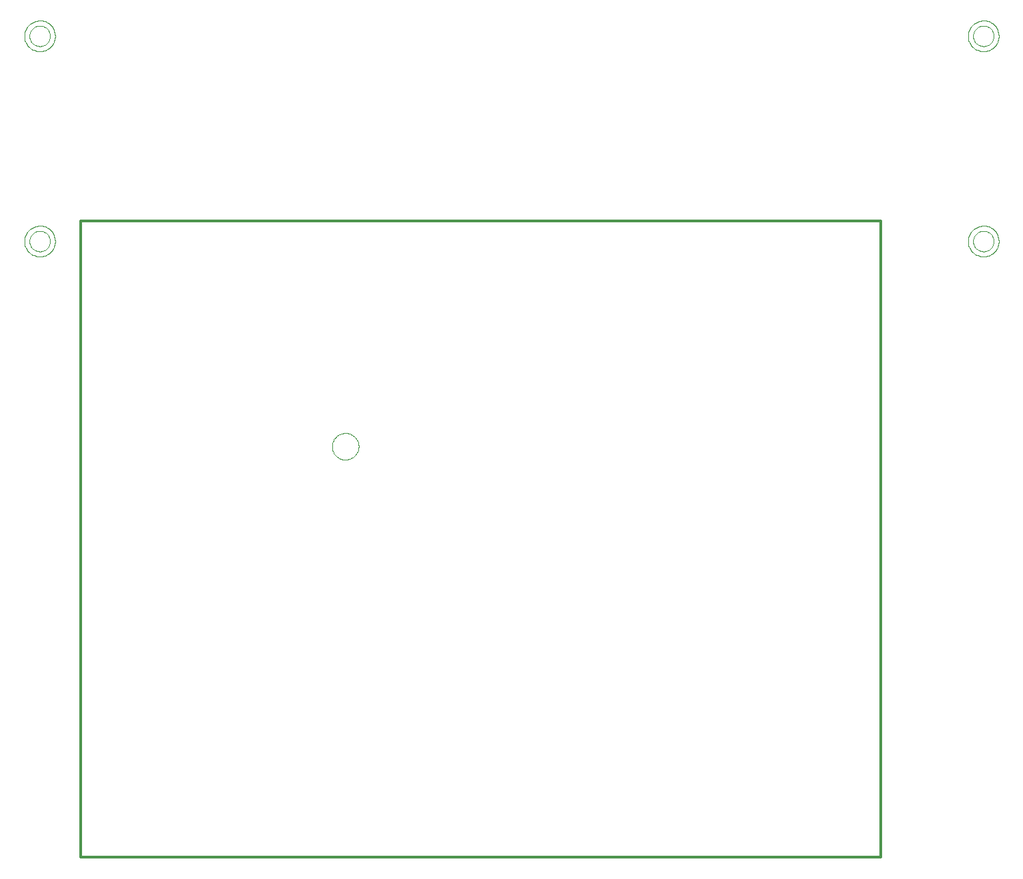
<source format=gbr>
G75*
G70*
%OFA0B0*%
%FSLAX24Y24*%
%IPPOS*%
%LPD*%
%AMOC8*
5,1,8,0,0,1.08239X$1,22.5*
%
%ADD10C,0.0000*%
%ADD11C,0.0120*%
D10*
X016483Y022671D02*
X016486Y022730D01*
X016494Y022789D01*
X016507Y022846D01*
X016526Y022903D01*
X016549Y022957D01*
X016578Y023009D01*
X016611Y023058D01*
X016648Y023104D01*
X016689Y023146D01*
X016734Y023184D01*
X016783Y023219D01*
X016834Y023248D01*
X016888Y023273D01*
X016943Y023293D01*
X017001Y023307D01*
X017059Y023317D01*
X017118Y023321D01*
X017177Y023319D01*
X017236Y023313D01*
X017294Y023301D01*
X017351Y023283D01*
X017405Y023261D01*
X017458Y023234D01*
X017508Y023202D01*
X017555Y023166D01*
X017598Y023125D01*
X017637Y023081D01*
X017672Y023034D01*
X017703Y022983D01*
X017729Y022930D01*
X017750Y022875D01*
X017766Y022818D01*
X017777Y022760D01*
X017782Y022701D01*
X017782Y022641D01*
X017777Y022582D01*
X017766Y022524D01*
X017750Y022467D01*
X017729Y022412D01*
X017703Y022359D01*
X017672Y022308D01*
X017637Y022261D01*
X017598Y022217D01*
X017555Y022176D01*
X017508Y022140D01*
X017458Y022108D01*
X017405Y022081D01*
X017351Y022059D01*
X017294Y022041D01*
X017236Y022029D01*
X017177Y022023D01*
X017118Y022021D01*
X017059Y022025D01*
X017001Y022035D01*
X016943Y022049D01*
X016888Y022069D01*
X016834Y022094D01*
X016783Y022123D01*
X016734Y022158D01*
X016689Y022196D01*
X016648Y022238D01*
X016611Y022284D01*
X016578Y022333D01*
X016549Y022385D01*
X016526Y022439D01*
X016507Y022496D01*
X016494Y022553D01*
X016486Y022612D01*
X016483Y022671D01*
X001733Y032671D02*
X001735Y032716D01*
X001741Y032762D01*
X001752Y032806D01*
X001766Y032849D01*
X001784Y032891D01*
X001806Y032931D01*
X001831Y032969D01*
X001860Y033004D01*
X001892Y033036D01*
X001926Y033066D01*
X001964Y033092D01*
X002003Y033115D01*
X002044Y033134D01*
X002087Y033149D01*
X002131Y033161D01*
X002176Y033168D01*
X002222Y033171D01*
X002267Y033170D01*
X002312Y033165D01*
X002357Y033155D01*
X002400Y033142D01*
X002443Y033125D01*
X002483Y033104D01*
X002521Y033079D01*
X002557Y033052D01*
X002591Y033021D01*
X002621Y032987D01*
X002648Y032950D01*
X002672Y032911D01*
X002692Y032870D01*
X002708Y032828D01*
X002720Y032784D01*
X002728Y032739D01*
X002732Y032694D01*
X002732Y032648D01*
X002728Y032603D01*
X002720Y032558D01*
X002708Y032514D01*
X002692Y032472D01*
X002672Y032431D01*
X002648Y032392D01*
X002621Y032355D01*
X002591Y032321D01*
X002557Y032290D01*
X002521Y032263D01*
X002483Y032238D01*
X002443Y032217D01*
X002400Y032200D01*
X002357Y032187D01*
X002312Y032177D01*
X002267Y032172D01*
X002222Y032171D01*
X002176Y032174D01*
X002131Y032181D01*
X002087Y032193D01*
X002044Y032208D01*
X002003Y032227D01*
X001964Y032250D01*
X001926Y032276D01*
X001892Y032306D01*
X001860Y032338D01*
X001831Y032373D01*
X001806Y032411D01*
X001784Y032451D01*
X001766Y032493D01*
X001752Y032536D01*
X001741Y032580D01*
X001735Y032626D01*
X001733Y032671D01*
X001483Y032671D02*
X001486Y032739D01*
X001495Y032807D01*
X001511Y032873D01*
X001532Y032938D01*
X001559Y033001D01*
X001592Y033061D01*
X001630Y033117D01*
X001673Y033170D01*
X001721Y033219D01*
X001773Y033263D01*
X001829Y033303D01*
X001888Y033337D01*
X001950Y033366D01*
X002014Y033388D01*
X002080Y033405D01*
X002148Y033416D01*
X002216Y033421D01*
X002284Y033419D01*
X002352Y033411D01*
X002419Y033398D01*
X002484Y033378D01*
X002547Y033352D01*
X002608Y033321D01*
X002666Y033284D01*
X002719Y033242D01*
X002769Y033195D01*
X002815Y033144D01*
X002855Y033089D01*
X002891Y033031D01*
X002921Y032970D01*
X002945Y032906D01*
X002964Y032840D01*
X002976Y032773D01*
X002982Y032705D01*
X002982Y032637D01*
X002976Y032569D01*
X002964Y032502D01*
X002945Y032436D01*
X002921Y032372D01*
X002891Y032311D01*
X002855Y032253D01*
X002815Y032198D01*
X002769Y032147D01*
X002719Y032100D01*
X002666Y032058D01*
X002608Y032021D01*
X002547Y031990D01*
X002484Y031964D01*
X002419Y031944D01*
X002352Y031931D01*
X002284Y031923D01*
X002216Y031921D01*
X002148Y031926D01*
X002080Y031937D01*
X002014Y031954D01*
X001950Y031976D01*
X001888Y032005D01*
X001829Y032039D01*
X001773Y032079D01*
X001721Y032123D01*
X001673Y032172D01*
X001630Y032225D01*
X001592Y032281D01*
X001559Y032341D01*
X001532Y032404D01*
X001511Y032469D01*
X001495Y032535D01*
X001486Y032603D01*
X001483Y032671D01*
X001733Y042671D02*
X001735Y042716D01*
X001741Y042762D01*
X001752Y042806D01*
X001766Y042849D01*
X001784Y042891D01*
X001806Y042931D01*
X001831Y042969D01*
X001860Y043004D01*
X001892Y043036D01*
X001926Y043066D01*
X001964Y043092D01*
X002003Y043115D01*
X002044Y043134D01*
X002087Y043149D01*
X002131Y043161D01*
X002176Y043168D01*
X002222Y043171D01*
X002267Y043170D01*
X002312Y043165D01*
X002357Y043155D01*
X002400Y043142D01*
X002443Y043125D01*
X002483Y043104D01*
X002521Y043079D01*
X002557Y043052D01*
X002591Y043021D01*
X002621Y042987D01*
X002648Y042950D01*
X002672Y042911D01*
X002692Y042870D01*
X002708Y042828D01*
X002720Y042784D01*
X002728Y042739D01*
X002732Y042694D01*
X002732Y042648D01*
X002728Y042603D01*
X002720Y042558D01*
X002708Y042514D01*
X002692Y042472D01*
X002672Y042431D01*
X002648Y042392D01*
X002621Y042355D01*
X002591Y042321D01*
X002557Y042290D01*
X002521Y042263D01*
X002483Y042238D01*
X002443Y042217D01*
X002400Y042200D01*
X002357Y042187D01*
X002312Y042177D01*
X002267Y042172D01*
X002222Y042171D01*
X002176Y042174D01*
X002131Y042181D01*
X002087Y042193D01*
X002044Y042208D01*
X002003Y042227D01*
X001964Y042250D01*
X001926Y042276D01*
X001892Y042306D01*
X001860Y042338D01*
X001831Y042373D01*
X001806Y042411D01*
X001784Y042451D01*
X001766Y042493D01*
X001752Y042536D01*
X001741Y042580D01*
X001735Y042626D01*
X001733Y042671D01*
X001483Y042671D02*
X001486Y042739D01*
X001495Y042807D01*
X001511Y042873D01*
X001532Y042938D01*
X001559Y043001D01*
X001592Y043061D01*
X001630Y043117D01*
X001673Y043170D01*
X001721Y043219D01*
X001773Y043263D01*
X001829Y043303D01*
X001888Y043337D01*
X001950Y043366D01*
X002014Y043388D01*
X002080Y043405D01*
X002148Y043416D01*
X002216Y043421D01*
X002284Y043419D01*
X002352Y043411D01*
X002419Y043398D01*
X002484Y043378D01*
X002547Y043352D01*
X002608Y043321D01*
X002666Y043284D01*
X002719Y043242D01*
X002769Y043195D01*
X002815Y043144D01*
X002855Y043089D01*
X002891Y043031D01*
X002921Y042970D01*
X002945Y042906D01*
X002964Y042840D01*
X002976Y042773D01*
X002982Y042705D01*
X002982Y042637D01*
X002976Y042569D01*
X002964Y042502D01*
X002945Y042436D01*
X002921Y042372D01*
X002891Y042311D01*
X002855Y042253D01*
X002815Y042198D01*
X002769Y042147D01*
X002719Y042100D01*
X002666Y042058D01*
X002608Y042021D01*
X002547Y041990D01*
X002484Y041964D01*
X002419Y041944D01*
X002352Y041931D01*
X002284Y041923D01*
X002216Y041921D01*
X002148Y041926D01*
X002080Y041937D01*
X002014Y041954D01*
X001950Y041976D01*
X001888Y042005D01*
X001829Y042039D01*
X001773Y042079D01*
X001721Y042123D01*
X001673Y042172D01*
X001630Y042225D01*
X001592Y042281D01*
X001559Y042341D01*
X001532Y042404D01*
X001511Y042469D01*
X001495Y042535D01*
X001486Y042603D01*
X001483Y042671D01*
X047733Y042671D02*
X047735Y042716D01*
X047741Y042762D01*
X047752Y042806D01*
X047766Y042849D01*
X047784Y042891D01*
X047806Y042931D01*
X047831Y042969D01*
X047860Y043004D01*
X047892Y043036D01*
X047926Y043066D01*
X047964Y043092D01*
X048003Y043115D01*
X048044Y043134D01*
X048087Y043149D01*
X048131Y043161D01*
X048176Y043168D01*
X048222Y043171D01*
X048267Y043170D01*
X048312Y043165D01*
X048357Y043155D01*
X048400Y043142D01*
X048443Y043125D01*
X048483Y043104D01*
X048521Y043079D01*
X048557Y043052D01*
X048591Y043021D01*
X048621Y042987D01*
X048648Y042950D01*
X048672Y042911D01*
X048692Y042870D01*
X048708Y042828D01*
X048720Y042784D01*
X048728Y042739D01*
X048732Y042694D01*
X048732Y042648D01*
X048728Y042603D01*
X048720Y042558D01*
X048708Y042514D01*
X048692Y042472D01*
X048672Y042431D01*
X048648Y042392D01*
X048621Y042355D01*
X048591Y042321D01*
X048557Y042290D01*
X048521Y042263D01*
X048483Y042238D01*
X048443Y042217D01*
X048400Y042200D01*
X048357Y042187D01*
X048312Y042177D01*
X048267Y042172D01*
X048222Y042171D01*
X048176Y042174D01*
X048131Y042181D01*
X048087Y042193D01*
X048044Y042208D01*
X048003Y042227D01*
X047964Y042250D01*
X047926Y042276D01*
X047892Y042306D01*
X047860Y042338D01*
X047831Y042373D01*
X047806Y042411D01*
X047784Y042451D01*
X047766Y042493D01*
X047752Y042536D01*
X047741Y042580D01*
X047735Y042626D01*
X047733Y042671D01*
X047483Y042671D02*
X047486Y042739D01*
X047495Y042807D01*
X047511Y042873D01*
X047532Y042938D01*
X047559Y043001D01*
X047592Y043061D01*
X047630Y043117D01*
X047673Y043170D01*
X047721Y043219D01*
X047773Y043263D01*
X047829Y043303D01*
X047888Y043337D01*
X047950Y043366D01*
X048014Y043388D01*
X048080Y043405D01*
X048148Y043416D01*
X048216Y043421D01*
X048284Y043419D01*
X048352Y043411D01*
X048419Y043398D01*
X048484Y043378D01*
X048547Y043352D01*
X048608Y043321D01*
X048666Y043284D01*
X048719Y043242D01*
X048769Y043195D01*
X048815Y043144D01*
X048855Y043089D01*
X048891Y043031D01*
X048921Y042970D01*
X048945Y042906D01*
X048964Y042840D01*
X048976Y042773D01*
X048982Y042705D01*
X048982Y042637D01*
X048976Y042569D01*
X048964Y042502D01*
X048945Y042436D01*
X048921Y042372D01*
X048891Y042311D01*
X048855Y042253D01*
X048815Y042198D01*
X048769Y042147D01*
X048719Y042100D01*
X048666Y042058D01*
X048608Y042021D01*
X048547Y041990D01*
X048484Y041964D01*
X048419Y041944D01*
X048352Y041931D01*
X048284Y041923D01*
X048216Y041921D01*
X048148Y041926D01*
X048080Y041937D01*
X048014Y041954D01*
X047950Y041976D01*
X047888Y042005D01*
X047829Y042039D01*
X047773Y042079D01*
X047721Y042123D01*
X047673Y042172D01*
X047630Y042225D01*
X047592Y042281D01*
X047559Y042341D01*
X047532Y042404D01*
X047511Y042469D01*
X047495Y042535D01*
X047486Y042603D01*
X047483Y042671D01*
X047733Y032671D02*
X047735Y032716D01*
X047741Y032762D01*
X047752Y032806D01*
X047766Y032849D01*
X047784Y032891D01*
X047806Y032931D01*
X047831Y032969D01*
X047860Y033004D01*
X047892Y033036D01*
X047926Y033066D01*
X047964Y033092D01*
X048003Y033115D01*
X048044Y033134D01*
X048087Y033149D01*
X048131Y033161D01*
X048176Y033168D01*
X048222Y033171D01*
X048267Y033170D01*
X048312Y033165D01*
X048357Y033155D01*
X048400Y033142D01*
X048443Y033125D01*
X048483Y033104D01*
X048521Y033079D01*
X048557Y033052D01*
X048591Y033021D01*
X048621Y032987D01*
X048648Y032950D01*
X048672Y032911D01*
X048692Y032870D01*
X048708Y032828D01*
X048720Y032784D01*
X048728Y032739D01*
X048732Y032694D01*
X048732Y032648D01*
X048728Y032603D01*
X048720Y032558D01*
X048708Y032514D01*
X048692Y032472D01*
X048672Y032431D01*
X048648Y032392D01*
X048621Y032355D01*
X048591Y032321D01*
X048557Y032290D01*
X048521Y032263D01*
X048483Y032238D01*
X048443Y032217D01*
X048400Y032200D01*
X048357Y032187D01*
X048312Y032177D01*
X048267Y032172D01*
X048222Y032171D01*
X048176Y032174D01*
X048131Y032181D01*
X048087Y032193D01*
X048044Y032208D01*
X048003Y032227D01*
X047964Y032250D01*
X047926Y032276D01*
X047892Y032306D01*
X047860Y032338D01*
X047831Y032373D01*
X047806Y032411D01*
X047784Y032451D01*
X047766Y032493D01*
X047752Y032536D01*
X047741Y032580D01*
X047735Y032626D01*
X047733Y032671D01*
X047483Y032671D02*
X047486Y032739D01*
X047495Y032807D01*
X047511Y032873D01*
X047532Y032938D01*
X047559Y033001D01*
X047592Y033061D01*
X047630Y033117D01*
X047673Y033170D01*
X047721Y033219D01*
X047773Y033263D01*
X047829Y033303D01*
X047888Y033337D01*
X047950Y033366D01*
X048014Y033388D01*
X048080Y033405D01*
X048148Y033416D01*
X048216Y033421D01*
X048284Y033419D01*
X048352Y033411D01*
X048419Y033398D01*
X048484Y033378D01*
X048547Y033352D01*
X048608Y033321D01*
X048666Y033284D01*
X048719Y033242D01*
X048769Y033195D01*
X048815Y033144D01*
X048855Y033089D01*
X048891Y033031D01*
X048921Y032970D01*
X048945Y032906D01*
X048964Y032840D01*
X048976Y032773D01*
X048982Y032705D01*
X048982Y032637D01*
X048976Y032569D01*
X048964Y032502D01*
X048945Y032436D01*
X048921Y032372D01*
X048891Y032311D01*
X048855Y032253D01*
X048815Y032198D01*
X048769Y032147D01*
X048719Y032100D01*
X048666Y032058D01*
X048608Y032021D01*
X048547Y031990D01*
X048484Y031964D01*
X048419Y031944D01*
X048352Y031931D01*
X048284Y031923D01*
X048216Y031921D01*
X048148Y031926D01*
X048080Y031937D01*
X048014Y031954D01*
X047950Y031976D01*
X047888Y032005D01*
X047829Y032039D01*
X047773Y032079D01*
X047721Y032123D01*
X047673Y032172D01*
X047630Y032225D01*
X047592Y032281D01*
X047559Y032341D01*
X047532Y032404D01*
X047511Y032469D01*
X047495Y032535D01*
X047486Y032603D01*
X047483Y032671D01*
D11*
X043233Y002671D02*
X004233Y002671D01*
X004233Y033671D01*
X043233Y033671D01*
X043233Y002671D01*
M02*

</source>
